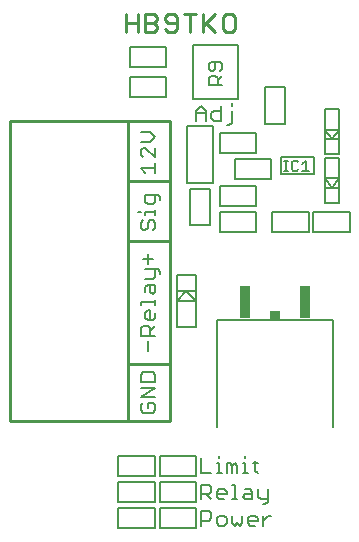
<source format=gto>
G75*
%MOIN*%
%OFA0B0*%
%FSLAX25Y25*%
%IPPOS*%
%LPD*%
%AMOC8*
5,1,8,0,0,1.08239X$1,22.5*
%
%ADD10C,0.00700*%
%ADD11C,0.00900*%
%ADD12C,0.00984*%
%ADD13C,0.00591*%
%ADD14C,0.01000*%
%ADD15C,0.00800*%
%ADD16R,0.03400X0.03000*%
%ADD17R,0.03544X0.11023*%
%ADD18C,0.00600*%
D10*
X0078276Y0074738D02*
X0079093Y0073921D01*
X0082363Y0073921D01*
X0083180Y0074738D01*
X0083180Y0076373D01*
X0082363Y0077190D01*
X0080728Y0077190D01*
X0080728Y0075555D01*
X0079093Y0077190D02*
X0078276Y0076373D01*
X0078276Y0074738D01*
X0078276Y0079077D02*
X0083180Y0082346D01*
X0078276Y0082346D01*
X0078276Y0084233D02*
X0078276Y0086685D01*
X0079093Y0087503D01*
X0082363Y0087503D01*
X0083180Y0086685D01*
X0083180Y0084233D01*
X0078276Y0084233D01*
X0078276Y0079077D02*
X0083180Y0079077D01*
X0080728Y0094467D02*
X0080728Y0097737D01*
X0081545Y0099624D02*
X0081545Y0102076D01*
X0080728Y0102893D01*
X0079093Y0102893D01*
X0078276Y0102076D01*
X0078276Y0099624D01*
X0083180Y0099624D01*
X0081545Y0101258D02*
X0083180Y0102893D01*
X0082363Y0104780D02*
X0080728Y0104780D01*
X0079911Y0105597D01*
X0079911Y0107232D01*
X0080728Y0108049D01*
X0081545Y0108049D01*
X0081545Y0104780D01*
X0082363Y0104780D02*
X0083180Y0105597D01*
X0083180Y0107232D01*
X0083180Y0109936D02*
X0083180Y0111571D01*
X0083180Y0110754D02*
X0078276Y0110754D01*
X0078276Y0109936D01*
X0079911Y0114191D02*
X0079911Y0115826D01*
X0080728Y0116643D01*
X0083180Y0116643D01*
X0083180Y0114191D01*
X0082363Y0113374D01*
X0081545Y0114191D01*
X0081545Y0116643D01*
X0082363Y0118530D02*
X0083180Y0119348D01*
X0083180Y0121800D01*
X0083998Y0121800D02*
X0084815Y0120982D01*
X0084815Y0120165D01*
X0083998Y0121800D02*
X0079911Y0121800D01*
X0080728Y0123687D02*
X0080728Y0126956D01*
X0079093Y0125321D02*
X0082363Y0125321D01*
X0082363Y0118530D02*
X0079911Y0118530D01*
X0079911Y0134780D02*
X0080728Y0135597D01*
X0080728Y0137232D01*
X0081545Y0138049D01*
X0082363Y0138049D01*
X0083180Y0137232D01*
X0083180Y0135597D01*
X0082363Y0134780D01*
X0079911Y0134780D02*
X0079093Y0134780D01*
X0078276Y0135597D01*
X0078276Y0137232D01*
X0079093Y0138049D01*
X0079911Y0139936D02*
X0079911Y0140754D01*
X0083180Y0140754D01*
X0083180Y0141571D02*
X0083180Y0139936D01*
X0082363Y0143374D02*
X0080728Y0143374D01*
X0079911Y0144191D01*
X0079911Y0146643D01*
X0083998Y0146643D01*
X0084815Y0145826D01*
X0084815Y0145009D01*
X0083180Y0144191D02*
X0083180Y0146643D01*
X0083180Y0144191D02*
X0082363Y0143374D01*
X0078276Y0140754D02*
X0077459Y0140754D01*
X0079911Y0153921D02*
X0078276Y0155555D01*
X0083180Y0155555D01*
X0083180Y0153921D02*
X0083180Y0157190D01*
X0083180Y0159077D02*
X0079911Y0162346D01*
X0079093Y0162346D01*
X0078276Y0161529D01*
X0078276Y0159894D01*
X0079093Y0159077D01*
X0083180Y0159077D02*
X0083180Y0162346D01*
X0081545Y0164233D02*
X0083180Y0165868D01*
X0081545Y0167503D01*
X0078276Y0167503D01*
X0078276Y0164233D02*
X0081545Y0164233D01*
X0096705Y0171355D02*
X0096705Y0174625D01*
X0098340Y0176259D01*
X0099974Y0174625D01*
X0099974Y0171355D01*
X0101861Y0172172D02*
X0101861Y0173807D01*
X0102679Y0174625D01*
X0105131Y0174625D01*
X0105131Y0176259D02*
X0105131Y0171355D01*
X0102679Y0171355D01*
X0101861Y0172172D01*
X0099974Y0173807D02*
X0096705Y0173807D01*
X0107018Y0169720D02*
X0107835Y0169720D01*
X0108652Y0170538D01*
X0108652Y0174625D01*
X0108652Y0176259D02*
X0108652Y0177077D01*
X0104554Y0059577D02*
X0104554Y0058759D01*
X0104554Y0057125D02*
X0104554Y0053855D01*
X0103737Y0053855D02*
X0105371Y0053855D01*
X0107174Y0053855D02*
X0107174Y0057125D01*
X0107992Y0057125D01*
X0108809Y0056307D01*
X0109626Y0057125D01*
X0110444Y0056307D01*
X0110444Y0053855D01*
X0108809Y0053855D02*
X0108809Y0056307D01*
X0112331Y0057125D02*
X0113148Y0057125D01*
X0113148Y0053855D01*
X0112331Y0053855D02*
X0113965Y0053855D01*
X0115768Y0057125D02*
X0117403Y0057125D01*
X0116586Y0057942D02*
X0116586Y0054672D01*
X0117403Y0053855D01*
X0113148Y0058759D02*
X0113148Y0059577D01*
X0109710Y0050009D02*
X0109710Y0045105D01*
X0108893Y0045105D02*
X0110528Y0045105D01*
X0112331Y0045922D02*
X0113148Y0046740D01*
X0115600Y0046740D01*
X0115600Y0047557D02*
X0115600Y0045105D01*
X0113148Y0045105D01*
X0112331Y0045922D01*
X0113148Y0048375D02*
X0114783Y0048375D01*
X0115600Y0047557D01*
X0117487Y0048375D02*
X0117487Y0045922D01*
X0118304Y0045105D01*
X0120756Y0045105D01*
X0120756Y0044288D02*
X0119939Y0043470D01*
X0119122Y0043470D01*
X0120756Y0044288D02*
X0120756Y0048375D01*
X0120840Y0039625D02*
X0121658Y0039625D01*
X0120840Y0039625D02*
X0119206Y0037990D01*
X0119206Y0036355D02*
X0119206Y0039625D01*
X0117319Y0038807D02*
X0117319Y0037990D01*
X0114049Y0037990D01*
X0114049Y0038807D02*
X0114867Y0039625D01*
X0116501Y0039625D01*
X0117319Y0038807D01*
X0116501Y0036355D02*
X0114867Y0036355D01*
X0114049Y0037172D01*
X0114049Y0038807D01*
X0112162Y0039625D02*
X0112162Y0037172D01*
X0111345Y0036355D01*
X0110528Y0037172D01*
X0109710Y0036355D01*
X0108893Y0037172D01*
X0108893Y0039625D01*
X0107006Y0038807D02*
X0106189Y0039625D01*
X0104554Y0039625D01*
X0103737Y0038807D01*
X0103737Y0037172D01*
X0104554Y0036355D01*
X0106189Y0036355D01*
X0107006Y0037172D01*
X0107006Y0038807D01*
X0101850Y0038807D02*
X0101032Y0037990D01*
X0098580Y0037990D01*
X0098580Y0036355D02*
X0098580Y0041259D01*
X0101032Y0041259D01*
X0101850Y0040442D01*
X0101850Y0038807D01*
X0101850Y0045105D02*
X0100215Y0046740D01*
X0101032Y0046740D02*
X0098580Y0046740D01*
X0098580Y0045105D02*
X0098580Y0050009D01*
X0101032Y0050009D01*
X0101850Y0049192D01*
X0101850Y0047557D01*
X0101032Y0046740D01*
X0103737Y0046740D02*
X0107006Y0046740D01*
X0107006Y0047557D01*
X0106189Y0048375D01*
X0104554Y0048375D01*
X0103737Y0047557D01*
X0103737Y0045922D01*
X0104554Y0045105D01*
X0106189Y0045105D01*
X0108893Y0050009D02*
X0109710Y0050009D01*
X0104554Y0057125D02*
X0103737Y0057125D01*
X0101850Y0053855D02*
X0098580Y0053855D01*
X0098580Y0058759D01*
D11*
X0099181Y0200765D02*
X0099181Y0206870D01*
X0096805Y0206870D02*
X0092735Y0206870D01*
X0094770Y0206870D02*
X0094770Y0200765D01*
X0090360Y0201783D02*
X0090360Y0205853D01*
X0089342Y0206870D01*
X0087307Y0206870D01*
X0086290Y0205853D01*
X0086290Y0204835D01*
X0087307Y0203818D01*
X0090360Y0203818D01*
X0090360Y0201783D02*
X0089342Y0200765D01*
X0087307Y0200765D01*
X0086290Y0201783D01*
X0083914Y0201783D02*
X0082897Y0200765D01*
X0079844Y0200765D01*
X0079844Y0206870D01*
X0082897Y0206870D01*
X0083914Y0205853D01*
X0083914Y0204835D01*
X0082897Y0203818D01*
X0079844Y0203818D01*
X0077469Y0203818D02*
X0073399Y0203818D01*
X0073399Y0206870D02*
X0073399Y0200765D01*
X0077469Y0200765D02*
X0077469Y0206870D01*
X0082897Y0203818D02*
X0083914Y0202800D01*
X0083914Y0201783D01*
X0099181Y0202800D02*
X0103251Y0206870D01*
X0105626Y0205853D02*
X0105626Y0201783D01*
X0106644Y0200765D01*
X0108679Y0200765D01*
X0109696Y0201783D01*
X0109696Y0205853D01*
X0108679Y0206870D01*
X0106644Y0206870D01*
X0105626Y0205853D01*
X0103251Y0200765D02*
X0100198Y0203818D01*
D12*
X0088230Y0171305D02*
X0088230Y0151305D01*
X0074480Y0151305D01*
X0088230Y0151305D02*
X0088230Y0131305D01*
X0074480Y0131305D01*
X0088230Y0131305D02*
X0088230Y0090055D01*
X0074480Y0090055D01*
X0088230Y0090055D02*
X0088230Y0071305D01*
X0073230Y0071305D01*
X0073230Y0171305D02*
X0088230Y0171305D01*
D13*
X0086833Y0179209D02*
X0086833Y0185902D01*
X0074628Y0185902D01*
X0074628Y0179209D01*
X0086833Y0179209D01*
X0086833Y0189209D02*
X0086833Y0195902D01*
X0074628Y0195902D01*
X0074628Y0189209D01*
X0086833Y0189209D01*
X0095750Y0196610D02*
X0095750Y0178500D01*
X0110710Y0178500D01*
X0110710Y0196610D01*
X0095750Y0196610D01*
X0093899Y0169504D02*
X0102561Y0169504D01*
X0102561Y0150606D01*
X0093899Y0150606D01*
X0093899Y0169504D01*
X0104628Y0167152D02*
X0104628Y0160459D01*
X0116833Y0160459D01*
X0116833Y0167152D01*
X0104628Y0167152D01*
X0109628Y0158402D02*
X0109628Y0151709D01*
X0121833Y0151709D01*
X0121833Y0158402D01*
X0109628Y0158402D01*
X0104628Y0149652D02*
X0104628Y0142959D01*
X0116833Y0142959D01*
X0116833Y0149652D01*
X0104628Y0149652D01*
X0101577Y0148657D02*
X0094884Y0148657D01*
X0094884Y0136453D01*
X0101577Y0136453D01*
X0101577Y0148657D01*
X0104628Y0140902D02*
X0104628Y0134209D01*
X0116833Y0134209D01*
X0116833Y0140902D01*
X0104628Y0140902D01*
X0096626Y0119957D02*
X0090327Y0119957D01*
X0090327Y0114445D01*
X0093476Y0114445D01*
X0096626Y0111295D01*
X0090327Y0111295D01*
X0093476Y0114445D01*
X0096626Y0114445D01*
X0096626Y0111295D01*
X0096626Y0102634D01*
X0090327Y0102634D01*
X0090327Y0111295D01*
X0090327Y0114445D01*
X0096626Y0114445D02*
X0096626Y0119957D01*
X0122128Y0134209D02*
X0122128Y0140902D01*
X0134333Y0140902D01*
X0134333Y0134209D01*
X0122128Y0134209D01*
X0135878Y0134209D02*
X0148083Y0134209D01*
X0148083Y0140902D01*
X0135878Y0140902D01*
X0135878Y0134209D01*
X0139618Y0143825D02*
X0144342Y0143825D01*
X0144342Y0148943D01*
X0139618Y0148943D01*
X0139618Y0152093D01*
X0144342Y0152093D01*
X0141980Y0148943D01*
X0139618Y0152093D01*
X0139618Y0158785D01*
X0144342Y0158785D01*
X0144342Y0152093D01*
X0144342Y0148943D01*
X0139618Y0148943D02*
X0139618Y0143825D01*
X0136242Y0153549D02*
X0136242Y0159061D01*
X0125218Y0159061D01*
X0125218Y0153549D01*
X0136242Y0153549D01*
X0139618Y0160075D02*
X0144342Y0160075D01*
X0144342Y0165193D01*
X0139618Y0165193D01*
X0139618Y0168343D01*
X0144342Y0168343D01*
X0141980Y0165193D01*
X0139618Y0168343D01*
X0139618Y0175035D01*
X0144342Y0175035D01*
X0144342Y0168343D01*
X0144342Y0165193D01*
X0139618Y0165193D02*
X0139618Y0160075D01*
X0126577Y0170203D02*
X0119884Y0170203D01*
X0119884Y0182407D01*
X0126577Y0182407D01*
X0126577Y0170203D01*
X0096833Y0059652D02*
X0084628Y0059652D01*
X0084628Y0052959D01*
X0096833Y0052959D01*
X0096833Y0059652D01*
X0096833Y0050902D02*
X0096833Y0044209D01*
X0084628Y0044209D01*
X0084628Y0050902D01*
X0096833Y0050902D01*
X0096833Y0042152D02*
X0096833Y0035459D01*
X0084628Y0035459D01*
X0084628Y0042152D01*
X0096833Y0042152D01*
X0083083Y0042152D02*
X0083083Y0035459D01*
X0070878Y0035459D01*
X0070878Y0042152D01*
X0083083Y0042152D01*
X0083083Y0044209D02*
X0083083Y0050902D01*
X0070878Y0050902D01*
X0070878Y0044209D01*
X0083083Y0044209D01*
X0083083Y0052959D02*
X0083083Y0059652D01*
X0070878Y0059652D01*
X0070878Y0052959D01*
X0083083Y0052959D01*
D14*
X0034795Y0071305D02*
X0034795Y0171305D01*
X0074165Y0171305D01*
X0074165Y0071305D01*
X0034795Y0071305D01*
D15*
X0103872Y0069346D02*
X0103872Y0104795D01*
X0142588Y0104795D01*
X0142588Y0069346D01*
D16*
X0123230Y0106459D03*
D17*
X0133230Y0110705D03*
X0113230Y0110705D03*
D18*
X0126197Y0154637D02*
X0127310Y0154637D01*
X0126753Y0154637D02*
X0126753Y0157976D01*
X0126197Y0157976D02*
X0127310Y0157976D01*
X0128613Y0157420D02*
X0128613Y0155193D01*
X0129170Y0154637D01*
X0130283Y0154637D01*
X0130840Y0155193D01*
X0132239Y0154637D02*
X0134465Y0154637D01*
X0133352Y0154637D02*
X0133352Y0157976D01*
X0132239Y0156863D01*
X0130840Y0157420D02*
X0130283Y0157976D01*
X0129170Y0157976D01*
X0128613Y0157420D01*
X0105430Y0183251D02*
X0101026Y0183251D01*
X0101026Y0185453D01*
X0101760Y0186187D01*
X0103228Y0186187D01*
X0103962Y0185453D01*
X0103962Y0183251D01*
X0103962Y0184719D02*
X0105430Y0186187D01*
X0104696Y0187855D02*
X0105430Y0188589D01*
X0105430Y0190057D01*
X0104696Y0190791D01*
X0101760Y0190791D01*
X0101026Y0190057D01*
X0101026Y0188589D01*
X0101760Y0187855D01*
X0102494Y0187855D01*
X0103228Y0188589D01*
X0103228Y0190791D01*
M02*

</source>
